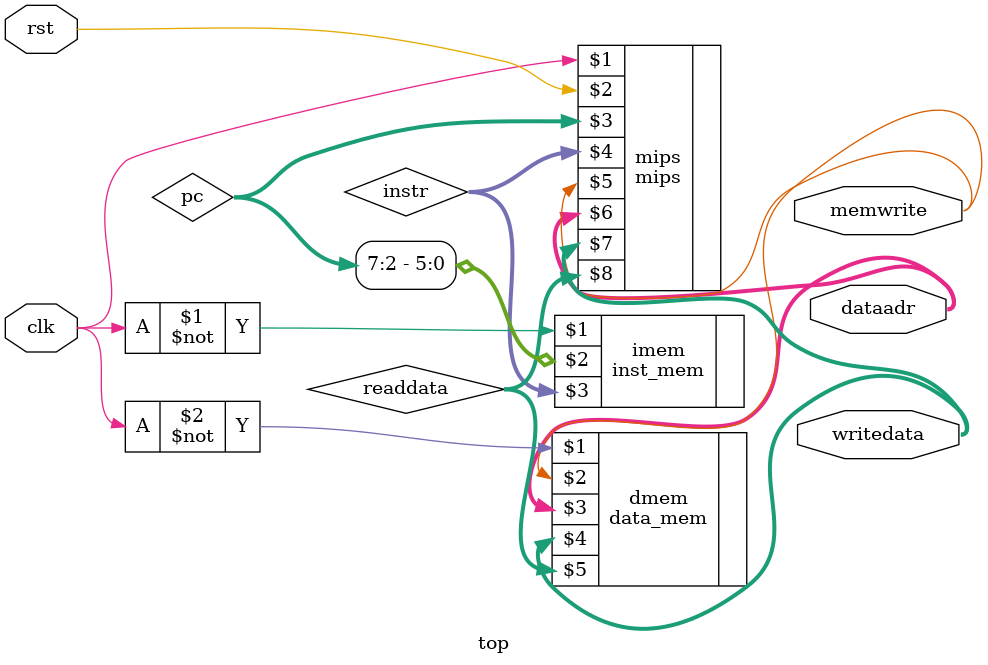
<source format=v>
`timescale 1ns / 1ps


module top(
	input wire clk,rst,
	output wire[31:0] writedata,dataadr,
	output wire memwrite
    );

	wire[31:0] pc,instr,readdata;

	mips mips(clk,rst,pc,instr,memwrite,dataadr,writedata,readdata);
	inst_mem imem(~clk,pc[7:2],instr);
	data_mem dmem(~clk,memwrite,dataadr,writedata,readdata);
endmodule

</source>
